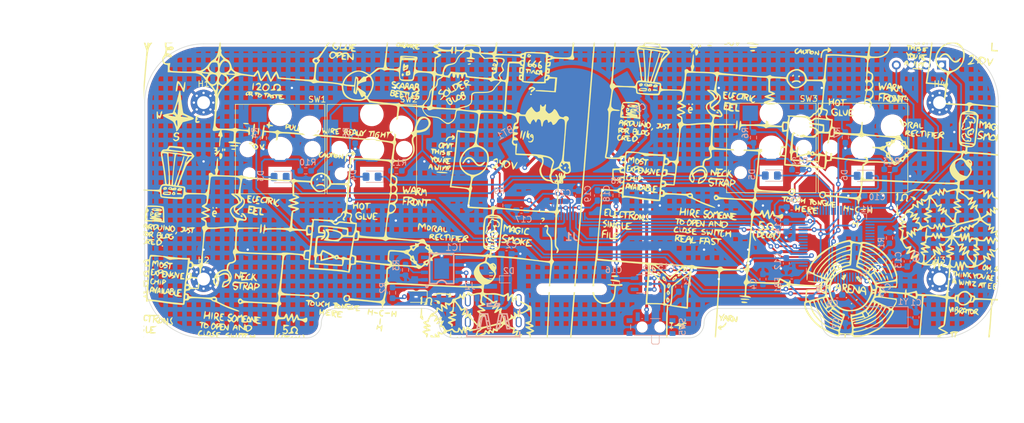
<source format=kicad_pcb>
(kicad_pcb (version 20211014) (generator pcbnew)
  (layers (0 "F.Cu" mixed) (31 "B.Cu" mixed) (34 "B.Paste" user) (35 "F.Paste" user) (36 "B.SilkS" user "B.Silkscreen") (37 "F.SilkS" user "F.Silkscreen") (38 "B.Mask" user) (39 "F.Mask" user) (44 "Edge.Cuts" user))
  (net 0 "")
  (net 1 "BAT")
  (net 2 "OSC_IN")
  (net 3 "+3.3VA")
  (net 4 "NRST")
  (net 5 "VCAP1")
  (net 6 "OSC_OUT")
  (net 7 "5V")
  (net 8 "+3V3")
  (net 9 "KEY1_LED")
  (net 10 "DISP")
  (net 11 "CHRG")
  (net 12 "Net-(D1-Pad2)")
  (net 13 "LDO_IN")
  (net 14 "PROG")
  (net 15 "SPI1_CLK")
  (net 16 "SPI1_MOSI")
  (net 17 "CS")
  (net 18 "EXTCOMM")
  (net 19 "EXTMODE")
  (net 28 "SWDIO")
  (net 29 "SWCLK")
  (net 30 "BOOT0")
  (net 31 "KEY1")
  (net 32 "KEY2")
  (net 33 "KEY3")
  (net 34 "KEY4")
  (net 53 "Net-(D3-Pad2)")
  (net 54 "KEY2_LED")
  (net 55 "Net-(D4-Pad2)")
  (net 56 "KEY3_LED")
  (net 74 "Net-(D5-Pad2)")
  (net 75 "KEY4_LED")
  (net 76 "Net-(D6-Pad2)")
  (net 77 "GND")
  (net 78 "Net-(C15-Pad1)")
  (footprint "MountingHole:MountingHole_2.2mm_M2_Pad_Via" (layer "F.Cu") (at 35 130)
    (fp_text reference "H2")
    (fp_text value "MH")
  )
  (footprint "MountingHole:MountingHole_2.2mm_M2_Pad_Via" (layer "F.Cu") (at 160 100)
    (fp_text reference "H4")
    (fp_text value "MH")
  )
  (footprint "DannyFootprintLibs:96x96 Sharp Memory Lcd With FPC Connector 10p 0.5mm" (layer "F.Cu") (at 97.5 132.725)
    (fp_text reference "J1")
    (fp_text value "FPC 0.5mm 10P" hide)
  )
  (footprint "DannyFootprintLibs:SW_Kailh_Choc_V1_HOTSWAP" (layer "F.Cu") (at 63.575 107.9)
    (fp_text reference "SW2")
    (fp_text value "SW_Push")
  )
  (footprint "DannyFootprintLibs:SW_Kailh_Choc_V1_HOTSWAP" (layer "F.Cu") (at 131.425 107.7)
    (fp_text reference "SW3")
    (fp_text value "SW_Push")
  )
  (footprint "DannyFootprintLibs:PIC_Sche2" (layer "F.Cu") (at 97.35 114.85)
    (fp_text reference "Ref**" hide)
    (fp_text value "Val**" hide)
  )
  (footprint "MountingHole:MountingHole_2.2mm_M2_Pad_Via" (layer "F.Cu") (at 160 130)
    (fp_text reference "H3")
    (fp_text value "MH")
  )
  (footprint "MountingHole:MountingHole_2.2mm_M2_Pad_Via" (layer "F.Cu") (at 35 100)
    (fp_text reference "H1")
    (fp_text value "MH")
  )
  (footprint "DannyFootprintLibs:SW_Kailh_Choc_V1_HOTSWAP" (layer "F.Cu") (at 48 107.9)
    (fp_text reference "SW1")
    (fp_text value "SW_Push")
  )
  (footprint "LED_SMD:LED_0805_2012Metric_Pad1.15x1.40mm_HandSolder" (layer "F.Cu") (at 71.125 133 180)
    (fp_text reference "D1" hide)
    (fp_text value "WHITE")
  )
  (footprint "DannyFootprintLibs:SW_Kailh_Choc_V1_HOTSWAP" (layer "F.Cu") (at 147 107.7)
    (fp_text reference "SW4")
    (fp_text value "SW_Push")
  )
  (footprint "Capacitor_SMD:C_0603_1608Metric_Pad1.08x0.95mm_HandSolder" (layer "B.Cu") (at 95.6375 116.8 180)
    (fp_text reference "C20")
    (fp_text value "100n")
  )
  (footprint "Capacitor_SMD:C_0603_1608Metric_Pad1.08x0.95mm_HandSolder" (layer "B.Cu") (at 133.9625 121.1125 -90)
    (fp_text reference "C14")
    (fp_text value "100n")
  )
  (footprint "Resistor_SMD:R_0603_1608Metric_Pad0.98x0.95mm_HandSolder" (layer "B.Cu") (at 105.05 115.7875 -90)
    (fp_text reference "R8")
    (fp_text value "10k")
  )
  (footprint "Diode_SMD:D_SOD-523" (layer "B.Cu") (at 86.4 130.05)
    (fp_text reference "D2")
    (fp_text value "LESD5Z5.0CT1G")
  )
  (footprint "Inductor_SMD:L_0603_1608Metric_Pad1.05x0.95mm_HandSolder" (layer "B.Cu") (at 134.8875 130.5 180)
    (fp_text reference "FB1")
    (fp_text value "600 @ 100 MHz")
  )
  (footprint "Crystal:Crystal_SMD_5032-2Pin_5.0x3.2mm_HandSoldering" (layer "B.Cu") (at 150.1 136.5 180)
    (fp_text reference "Y1")
    (fp_text value "8MHz 20pF")
  )
  (footprint "LED_SMD:LED_0805_2012Metric_Pad1.15x1.40mm_HandSolder" (layer "B.Cu") (at 48 112.65 180)
    (fp_text reference "D3")
    (fp_text value "WHITE")
  )
  (footprint "LED_SMD:LED_0805_2012Metric_Pad1.15x1.40mm_HandSolder" (layer "B.Cu") (at 147.025 112.45 180)
    (fp_text reference "D6")
    (fp_text value "WHITE")
  )
  (footprint "Fuse:Fuse_0603_1608Metric_Pad1.05x0.95mm_HandSolder" (layer "B.Cu") (at 115.7 131.2875 90)
    (fp_text reference "F1")
    (fp_text value "200mA")
  )
  (footprint "Button_Switch_SMD:SW_SPDT_PCM12" (layer "B.Cu") (at 110.9875 137.8375 180)
    (fp_text reference "SW5")
    (fp_text value "SW_SPDT")
  )
  (footprint "Capacitor_SMD:C_0603_1608Metric_Pad1.08x0.95mm_HandSolder" (layer "B.Cu") (at 105.15 130.7 -90)
    (fp_text reference "C16")
    (fp_text value "1u")
  )
  (footprint "Package_QFP:LQFP-64_10x10mm_P0.5mm" (layer "B.Cu") (at 142.5 124 90)
    (fp_text reference "U1")
    (fp_text value "STM32F401RCTx" hide)
  )
  (footprint "Resistor_SMD:R_0603_1608Metric_Pad0.98x0.95mm_HandSolder" (layer "B.Cu") (at 45.15 106.05 -90)
    (fp_text reference "R4")
    (fp_text value "10k")
  )
  (footprint "Resistor_SMD:R_0603_1608Metric_Pad0.98x0.95mm_HandSolder" (layer "B.Cu") (at 52.35 111.6)
    (fp_text reference "R10")
    (fp_text value "1k5")
  )
  (footprint "Capacitor_SMD:C_0603_1608Metric_Pad1.08x0.95mm_HandSolder" (layer "B.Cu") (at 149.60988 130.89012 45)
    (fp_text reference "C11")
    (fp_text value "100n")
  )
  (footprint "Capacitor_SMD:C_0603_1608Metric_Pad1.08x0.95mm_HandSolder" (layer "B.Cu") (at 109.35 102.7 30)
    (fp_text reference "C3")
    (fp_text value "10u")
  )
  (footprint "Resistor_SMD:R_0603_1608Metric_Pad0.98x0.95mm_HandSolder" (layer "B.Cu") (at 67.1 132.3375 90)
    (fp_text reference "R2")
    (fp_text value "1k5")
  )
  (footprint "Resistor_SMD:R_0603_1608Metric_Pad0.98x0.95mm_HandSolder" (layer "B.Cu") (at 60.75 105.9875 90)
    (fp_text reference "R5")
    (fp_text value "10k")
  )
  (footprint "Capacitor_SMD:C_0603_1608Metric_Pad1.08x0.95mm_HandSolder" (layer "B.Cu") (at 86.45 125.7)
    (fp_text reference "C2")
    (fp_text value "10u")
  )
  (footprint "Capacitor_SMD:C_0603_1608Metric_Pad1.08x0.95mm_HandSolder" (layer "B.Cu") (at 154.5 127 90)
    (fp_text reference "C9")
    (fp_text value "4u7")
  )
  (footprint "Capacitor_SMD:C_0603_1608Metric_Pad1.08x0.95mm_HandSolder" (layer "B.Cu") (at 156 136.5 90)
    (fp_text reference "C1")
    (fp_text value "22p")
  )
  (footprint "Resistor_SMD:R_0603_1608Metric_Pad0.98x0.95mm_HandSolder" (layer "B.Cu") (at 151.5125 111.35)
    (fp_text reference "R13")
    (fp_text value "1k5")
  )
  (footprint "Resistor_SMD:R_0603_1608Metric_Pad0.98x0.95mm_HandSolder" (layer "B.Cu") (at 67.75 111.6)
    (fp_text reference "R11")
    (fp_text value "1k5")
  )
  (footprint "Package_TO_SOT_SMD:SOT-23-5" (layer "B.Cu") (at 109.3375 130.8125 180)
    (fp_text reference "U2")
    (fp_text value "LP5907MFX-3.3")
  )
  (footprint "Capacitor_SMD:C_0603_1608Metric_Pad1.08x0.95mm_HandSolder" (layer "B.Cu") (at 133.9625 127.3125 -90)
    (fp_text reference "C12")
    (fp_text value "100n")
  )
  (footprint "Resistor_SMD:R_0603_1608Metric_Pad0.98x0.95mm_HandSolder" (layer "B.Cu") (at 144 105.9125 90)
    (fp_text reference "R7")
    (fp_text value "10k")
  )
  (footprint "LED_SMD:LED_0805_2012Metric_Pad1.15x1.40mm_HandSolder" (layer "B.Cu") (at 131.425 112.4 180)
    (fp_text reference "D5")
    (fp_text value "WHITE")
  )
  (footprint "Capacitor_SMD:C_0603_1608Metric_Pad1.08x0.95mm_HandSolder" (layer "B.Cu") (at 113.05 130.4 -90)
    (fp_text reference "C15")
    (fp_text value "1u")
  )
  (footprint "Capacitor_SMD:C_0603_1608Metric_Pad1.08x0.95mm_HandSolder" (layer "B.Cu") (at 101.9 115.7875 90)
    (fp_text reference "C18")
    (fp_text value "1u")
  )
  (footprint "Resistor_SMD:R_0603_1608Metric_Pad0.98x0.95mm_HandSolder" (layer "B.Cu") (at 151.5 123 90)
    (fp_text reference "R1")
    (fp_text value "10k")
  )
  (footprint "Resistor_SMD:R_0603_1608Metric_Pad0.98x0.95mm_HandSolder" (layer "B.Cu") (at 69.3 128.45 90)
    (fp_text reference "R3")
    (fp_text value "17k4")
  )
  (footprint "DannyFootprintLibs:ESOP-8_L4.9-W3.9-P1.27-LS6.0-BL-EP" (layer "B.Cu") (at 75.436 128.225 90)
    (fp_text reference "IC1")
    (fp_text value "TP4056X" hide)
  )
  (footprint "Resistor_SMD:R_0603_1608Metric_Pad0.98x0.95mm_HandSolder" (layer "B.Cu") (at 135.85 111.4)
    (fp_text reference "R12")
    (fp_text value "1k5")
  )
  (footprint "Resistor_SMD:R_0603_1608Metric_Pad0.98x0.95mm_HandSolder" (layer "B.Cu") (at 85.3 117.4875 90)
    (fp_text reference "R9")
    (fp_text value "10k")
  )
  (footprint "LED_SMD:LED_0805_2012Metric_Pad1.15x1.40mm_HandSolder" (layer "B.Cu") (at 63.615 112.6 180)
    (fp_text reference "D4")
    (fp_text value "WHITE")
  )
  (footprint "Capacitor_SMD:C_0603_1608Metric_Pad1.08x0.95mm_HandSolder" (layer "B.Cu") (at 88.9875 118.3 180)
    (fp_text reference "C17")
    (fp_text value "1u")
  )
  (footprint "DannyFootprintLibs:4X1_PROGRAM_PIN" (layer "B.Cu") (at 152.658 93.6 -90)
    (fp_text reference "P1" hide)
    (fp_text value "SWDPins" hide)
  )
  (footprint "DannyFootprintLibs:TYPE-C-SMD_TYPE-C-31-M-16" (layer "B.Cu") (at 84.2 135.25 180)
    (fp_text reference "J2")
    (fp_text value "TYPE-C-31-M-17" hide)
  )
  (footprint "Capacitor_SMD:C_0603_1608Metric_Pad1.08x0.95mm_HandSolder" (layer "B.Cu") (at 151.5 127.075 90)
    (fp_text reference "C13")
    (fp_text value "100n")
  )
  (footprint "Capacitor_SMD:C_0603_1608Metric_Pad1.08x0.95mm_HandSolder" (layer "B.Cu") (at 139.0875 133.1)
    (fp_text reference "C8")
    (fp_text value "100n")
  )
  (footprint "DannyFootprintLibs:BK-912" (layer "B.Cu") (at 97.5 103 30)
    (fp_text reference "BT1")
    (fp_text value "BK-912" hide)
  )
  (footprint "Capacitor_SMD:C_0603_1608Metric_Pad1.08x0.95mm_HandSolder" (layer "B.Cu") (at 130 130 90)
    (fp_text reference "C4")
    (fp_text value "1u")
  )
  (footprint "Capacitor_SMD:C_0603_1608Metric_Pad1.08x0.95mm_HandSolder" (layer "B.Cu") (at 144 136.6375 -90)
    (fp_text reference "C7")
    (fp_text value "22p")
  )
  (footprint "Capacitor_SMD:C_0603_1608Metric_Pad1.08x0.95mm_HandSolder" (layer "B.Cu") (at 146.35 115.85 180)
    (fp_text reference "C10")
    (fp_text value "100n")
  )
  (footprint "Resistor_SMD:R_0603_1608Metric_Pad0.98x0.95mm_HandSolder" (layer "B.Cu") (at 128.4 105.9375 -90)
    (fp_text reference "R6")
    (fp_text value "10k")
  )
  (footprint "Capacitor_SMD:C_0603_1608Metric_Pad1.08x0.95mm_HandSolder" (layer "B.Cu") (at 98.7 115.8375 90)
    (fp_text reference "C19")
    (fp_text value "100n")
  )
  (footprint "Capacitor_SMD:C_0603_1608Metric_Pad1.08x0.95mm_HandSolder" (layer "B.Cu") (at 134.875 117.75 180)
    (fp_text reference "C6")
    (fp_text value "4u7")
  )
  (footprint "Capacitor_SMD:C_0603_1608Metric_Pad1.08x0.95mm_HandSolder" (layer "B.Cu") (at 142.6125 132.7 180)
    (fp_text reference "C5")
    (fp_text value "100n")
  )
  (gr_arc (start 35 140) (mid 27.928932 137.071068) (end 25 130) (layer "Edge.Cuts") (width 0.1))
  (gr_line (start 35 140) (end 52.5 140) (layer "Edge.Cuts") (width 0.1))
  (gr_line (start 122.5 135) (end 137.5 135) (layer "Edge.Cuts") (width 0.1))
  (gr_line (start 57.5 135) (end 72.5 135) (layer "Edge.Cuts") (width 0.1))
  (gr_arc (start 142.5 140) (mid 140.732233 139.267767) (end 140 137.5) (layer "Edge.Cuts") (width 0.1))
  (gr_arc (start 137.5 135) (mid 139.267767 135.732233) (end 140 137.5) (layer "Edge.Cuts") (width 0.1))
  (gr_arc (start 77.5 140) (mid 75.732233 139.267767) (end 75 137.5) (layer "Edge.Cuts") (width 0.1))
  (gr_arc (start 25 100) (mid 27.928932 92.928932) (end 35 90) (layer "Edge.Cuts") (width 0.1))
  (gr_arc (start 160 90) (mid 167.071068 92.928932) (end 170 100) (layer "Edge.Cuts") (width 0.1))
  (gr_arc (start 72.5 135) (mid 74.267767 135.732233) (end 75 137.5) (layer "Edge.Cuts") (width 0.1))
  (gr_line (start 25 100) (end 25 130) (layer "Edge.Cuts") (width 0.1))
  (gr_line (start 170 130) (end 170 100) (layer "Edge.Cuts") (width 0.1))
  (gr_arc (start 170 130) (mid 167.071068 137.071068) (end 160 140) (layer "Edge.Cuts") (width 0.1))
  (gr_line (start 142.5 140) (end 160 140) (layer "Edge.Cuts") (width 0.1))
  (gr_line (start 77.5 140) (end 117.5 140) (layer "Edge.Cuts") (width 0.1))
  (gr_arc (start 120 137.5) (mid 119.267767 139.267767) (end 117.5 140) (layer "Edge.Cuts") (width 0.1))
  (gr_arc (start 55 137.5) (mid 54.267767 139.267767) (end 52.5 140) (layer "Edge.Cuts") (width 0.1))
  (gr_arc (start 120 137.5) (mid 120.732233 135.732233) (end 122.5 135) (layer "Edge.Cuts") (width 0.1))
  (gr_line (start 160 90) (end 35 90) (layer "Edge.Cuts") (width 0.1))
  (gr_arc (start 55 137.5) (mid 55.732233 135.732233) (end 57.5 135) (layer "Edge.Cuts") (width 0.1))
  (segment (start 110.25 114.45) (end 110.25 135.2) (width 0.5) (layer "F.Cu") (net 1))
  (segment (start 84.05 124.65) (end 84.05 122.35) (width 0.5) (layer "F.Cu") (net 1))
  (segment (start 84.05 116.7) (end 84.05 112.6) (width 0.5) (layer "F.Cu") (net 1))
  (segment (start 104.3 108.5) (end 92.1 108.5) (width 0.5) (layer "F.Cu") (net 1))
  (segment (start 105.95 110.15) (end 110.25 114.45) (width 0.5) (layer "F.Cu") (net 1))
  (segment (start 92.1 108.5) (end 89.55 111.05) (width 0.5) (layer "F.Cu") (net 1))
  (segment (start 105.95 110.15) (end 104.3 108.5) (width 0.5) (layer "F.Cu") (net 1))
  (via (at 89.55 111.05) (size 0.8) (drill 0.4) (layers "F.Cu" "B.Cu") (net 1))
  (via (at 84.05 112.6) (size 0.8) (drill 0.4) (layers "F.Cu" "B.Cu") (net 1))
  (via (at 84.05 122.35) (size 0.8) (drill 0.4) (layers "F.Cu" "B.Cu") (net 1))
  (via (at 110.25 135.2) (size 0.8) (drill 0.4) (layers "F.Cu" "B.Cu") (net 1))
  (via (at 84.05 116.7) (size 0.8) (drill 0.4) (layers "F.Cu" "B.Cu") (net 1))
  (via (at 84.05 124.65) (size 0.8) (drill 0.4) (layers "F.Cu" "B.Cu") (net 1))
  (via (at 105.95 110.15) (size 0.8) (drill 0.4) (layers "F.Cu" "B.Cu") (net 1))
  (segment (start 78.344 126.32) (end 82.38 126.32) (width 0.5) (layer "B.Cu") (net 1))
  (segment (start 84.05 112.429211) (end 87.986711 108.4925) (width 0.5) (layer "B.Cu") (net 1))
  (segment (start 84.05 112.6) (end 84.05 112.429211) (width 0.5) (layer "B.Cu") (net 1))
  (segment (start 110.25 136.395) (end 110.2375 136.4075) (width 0.5) (layer "B.Cu") (net 1))
  (segment (start 84.05 122.35) (end 84.05 116.7) (width 0.5) (layer "B.Cu") (net 1))
  (segment (start 89.55 111.05) (end 89.55 110.055789) (width 0.5) (layer "B.Cu") (net 1))
  (segment (start 107.013289 97.5075) (end 110.096947 100.591158) (width 0.5) (layer "B.Cu") (net 1))
  (segment (start 110.096947 100.591158) (end 110.096947 102.26875) (width 0.5) (layer "B.Cu") (net 1))
  (segment (start 110.096947 102.26875) (end 110.096947 106.003053) (width 0.5) (layer "B.Cu") (net 1))
  (segment (start 82.38 126.32) (end 84.05 124.65) (width 0.5) (layer "B.Cu") (net 1))
  (segment (start 89.55 110.055789) (end 87.986711 108.4925) (width 0.5) (layer "B.Cu") (net 1))
  (segment (start 110.096947 106.003053) (end 105.95 110.15) (width 0.5) (layer "B.Cu") (net 1))
  (segment (start 110.25 135.2) (end 110.25 136.395) (width 0.5) (layer "B.Cu") (net 1))
  (segment (start 147.7 134.7) (end 144.25 131.25) (width 0.3) (layer "B.Cu") (net 2))
  (segment (start 155.1375 136.5) (end 152.7 136.5) (width 0.3) (layer "B.Cu") (net 2))
  (segment (start 151.15 136.5) (end 149.35 134.7) (width 0.3) (layer "B.Cu") (net 2))
  (segment (start 156 137.3625) (end 155.1375 136.5) (width 0.3) (layer "B.Cu") (net 2))
  (segment (start 144.25 131.25) (end 144.25 129.675) (width 0.3) (layer "B.Cu") (net 2))
  (segment (start 152.7 136.5) (end 151.15 136.5) (width 0.3) (layer "B.Cu") (net 2))
  (segment (start 149.35 134.7) (end 147.7 134.7) (width 0.3) (layer "B.Cu") (net 2))
  (segment (start 96.2 115.5) (end 97.45 116.75) (width 0.3) (layer "F.Cu") (net 3))
  (segment (start 95.2 115.5) (end 96.2 115.5) (width 0.3) (layer "F.Cu") (net 3))
  (via (at 95.2 115.5) (size 0.8) (drill 0.4) (layers "F.Cu" "B.Cu") (net 3))
  (via (at 97.45 116.75) (size 0.8) (drill 0.4) (layers "F.Cu" "B.Cu") (net 3))
  (segment (start 106.85 121.95) (end 121.0875 121.95) (width 0.3) (layer "B.Cu") (net 3))
  (segment (start 96.55 116.75) (end 96.5 116.8) (width 0.3) (layer "B.Cu") (net 3))
  (segment (start 105.05 123.75) (end 106.85 121.95) (width 0.3) (layer "B.Cu") (net 3))
  (segment (start 97.25 119.325) (end 97.25 116.95) (width 0.3) (layer "B.Cu") (net 3))
  (segment (start 136.6125 133.1) (end 138.225 133.1) (width 0.3) (layer "B.Cu") (net 3))
  (segment (start 89.85 118.3) (end 92.65 115.5) (width 0.3) (layer "B.Cu") (net 3))
  (segment (start 99.45 123.75) (end 105.05 123.75) (width 0.3) (layer "B.Cu") (net 3))
  (segment (start 97.25 121.55) (end 99.45 123.75) (width 0.3) (layer "B.Cu") (net 3))
  (segment (start 97.45 116.75) (end 96.55 116.75) (width 0.3) (layer "B.Cu") (net 3))
  (segment (start 97.25 116.95) (end 97.45 116.75) (width 0.3) (layer "B.Cu") (net 3))
  (segment (start 121.0875 121.95) (end 130 130.8625) (width 0.3) (layer "B.Cu") (net 3))
  (segment (start 92.65 115.5) (end 95.2 115.5) (width 0.3) (layer "B.Cu") (net 3))
  (segment (start 97.25 119.325) (end 97.25 121.55) (width 0.3) (layer "B.Cu") (net 3))
  (segment (start 134.0125 130.5) (end 133.65 130.8625) (width 0.3) (layer "B.Cu") (net 3))
  (segment (start 133.65 130.8625) (end 130 130.8625) (width 0.3) (layer "B.Cu") (net 3))
  (segment (start 134.0125 130.5) (end 136.6125 133.1) (width 0.3) (layer "B.Cu") (net 3))
  (segment (start 140.25 131.075) (end 140.25 129.675) (width 0.3) (layer "B.Cu") (net 3))
  (segment (start 138.225 133.1) (end 140.25 131.075) (width 0.3) (layer "B.Cu") (net 3))
  (segment (start 143.475 132.7) (end 143.25 132.475) (width 0.3) (layer "B.Cu") (net 4))
  (segment (start 143.25 132.475) (end 143.25 129.675) (width 0.3) (layer "B.Cu") (net 4))
  (segment (start 138.749501 119.839545) (end 138.749501 120.460455) (width 0.3) (layer "B.Cu") (net 5))
  (segment (start 135.7375 117.75) (end 136.659956 117.75) (width 0.3) (layer "B.Cu") (net 5))
  (segment (start 138.749501 120.460455) (end 137.959956 121.25) (width 0.3) (layer "B.Cu") (net 5))
  (segment (start 136.659956 117.75) (end 138.749501 119.839545) (width 0.3) (layer "B.Cu") (net 5))
  (segment (start 137.959956 121.25) (end 136.825 121.25) (width 0.3) (layer "B.Cu") (net 5))
  (segment (start 144 135.775) (end 144.725 136.5) (width 0.3) (layer "B.Cu") (net 6))
  (segment (start 147.5 135.357329) (end 147.5 136.5) (width 0.3) (layer "B.Cu") (net 6))
  (segment (start 144.725 136.5) (end 147.5 136.5) (width 0.3) (layer "B.Cu") (net 6))
  (segment (start 143.75 131.607329) (end 147.5 135.357329) (width 0.3) (layer "B.Cu") (net 6))
  (segment (start 143.75 129.675) (end 143.75 131.607329) (width 0.3) (layer "B.Cu") (net 6))
  (segment (start 82.900489 134.249511) (end 85.499511 134.249511) (width 0.5) (layer "B.Cu") (net 7))
  (segment (start 85.72 134.029022) (end 85.72 133.2) (width 0.5) (layer "B.Cu") (net 7))
  (segment (start 78.024 130.45) (end 78.344 130.13) (width 0.5) (layer "B.Cu") (net 7))
  (segment (start 73.12 126.32) (end 73.7 126.9) (width 0.5) (layer "B.Cu") (net 7))
  (segment (start 85.7 130.05) (end 85.7 133.18) (width 0.5) (layer "B.Cu") (net 7))
  (segment (start 72.528 126.32) (end 73.12 126.32) (width 0.5) (layer "B.Cu") (net 7))
  (segment (start 85.499511 134.249511) (end 85.72 134.029022) (width 0.5) (layer "B.Cu") (net 7))
  (segment (start 85.7 130.05) (end 78.424 130.05) (width 0.5) (layer "B.Cu") (net 7))
  (segment (start 67.1 131.425) (end 72.925 131.425) (width 0.3) (layer "B.Cu") (net 7))
  (segment (start 85.7 130.05) (end 85.7 125.8125) (width 0.5) (layer "B.Cu") (net 7))
  (segment (start 85.7 133.18) (end 85.72 133.2) (width 0.5) (layer "B.Cu") (net 7))
  (segment (start 85.7 125.8125) (end 85.5875 125.7) (width 0.5) (layer "B.Cu") (net 7))
  (segment (start 78.424 130.05) (end 78.344 130.13) (width 0.5) (layer "B.Cu") (net 7))
  (segment (start 72.925 131.425) (end 73.9 130.45) (width 0.3) (layer "B.Cu") (net 7))
  (segment (start 82.68 133.2) (end 82.68 134.029022) (width 0.5) (layer "B.Cu") (net 7))
  (segment (start 73.9 130.45) (end 78.024 130.45) (width 0.5) (layer "B.Cu") (net 7))
  (segment (start 73.7 126.9) (end 73.7 130.25) (width 0.5) (layer "B.Cu") (net 7))
  (segment (start 73.7 130.25) (end 73.9 130.45) (width 0.5) (layer "B.Cu") (net 7))
  (segment (start 82.68 134.029022) (end 82.900489 134.249511) (width 0.5) (layer "B.Cu") (net 7))
  (segment (start 105.15 127.2) (end 105.15 117.7) (width 0.3) (layer "F.Cu") (net 8))
  (segment (start 105.15 117.7) (end 105.05 117.6) (width 0.3) (layer "F.Cu") (net 8))
  (segment (start 151.75 117.9) (end 151.8 117.9) (width 0.3) (layer "F.Cu") (net 8))
  (segment (start 137.85 111.4) (end 135.4 113.85) (width 0.3) (layer "F.Cu") (net 8))
  (segment (start 126.4 128.5) (end 127.6 127.3) (width 0.3) (layer "F.Cu") (net 8))
  (segment (start 147.65 130.35) (end 149.5625 128.4375) (width 0.3) (layer "F.Cu") (net 8))
  (segment (start 84.05 110.8) (end 85.3 112.05) (width 0.3) (layer "F.Cu") (net 8))
  (segment (start 114.35 128.5) (end 117.9 128.5) (width 0.3) (layer "F.Cu") (net 8))
  (segment (start 151.8 117.9) (end 153.7 119.8) (width 0.3) (layer "F.Cu") (net 8))
  (segment (start 146.271264 120.028736) (end 145.4 120.9) (width 0.3) (layer "F.Cu") (net 8))
  (segment (start 146.271264 119.530766) (end 146.271264 120.028736) (width 0.3) (layer "F.Cu") (net 8))
  (segment (start 90.3 116.6) (end 91.6 117.9) (width 0.3) (layer "F.Cu") (net 8))
  (segment (start 138 120.15) (end 139.1 120.15) (width 0.3) (layer "F.Cu") (net 8))
  (segment (start 96.55 117.85) (end 96.5 117.9) (width 0.3) (layer "F.Cu") (net 8))
  (segment (start 85.3 112.05) (end 85.3 115.65) (width 0.3) (layer "F.Cu") (net 8))
  (segment (start 139.1 120.15) (end 139.8 120.85) (width 0.3) (layer "F.Cu") (net 8))
  (segment (start 135.4 113.85) (end 135.4 116.6495) (width 0.3) (layer "F.Cu") (net 8))
  (segment (start 91.6 117.9) (end 96.5 117.9) (width 0.3) (layer "F.Cu") (net 8))
  (segment (start 139.8 120.85) (end 139.8 122.35) (width 0.3) (layer "F.Cu") (net 8))
  (segment (start 98.8 117.85) (end 96.55 117.85) (width 0.3) (layer "F.Cu") (net 8))
  (segment (start 149.5625 128.4375) (end 149.5625 127.9995) (width 0.3) (layer "F.Cu") (net 8))
  (via (at 105.05 117.6) (size 0.8) (drill 0.4) (layers "F.Cu" "B.Cu") (net 8))
  (via (at 90.3 116.6) (size 0.8) (drill 0.4) (layers "F.Cu" "B.Cu") (net 8))
  (via (at 84.05 110.8) (size 0.8) (drill 0.4) (layers "F.Cu" "B.Cu") (net 8))
  (via (at 151.75 117.9) (size 0.8) (drill 0.4) (layers "F.Cu" "B.Cu") (net 8))
  (via (at 153.7 119.8) (size 0.8) (drill 0.4) (layers "F.Cu" "B.Cu") (net 8))
  (via (at 105.15 127.2) (size 0.8) (drill 0.4) (layers "F.Cu" "B.Cu") (net 8))
  (via (at 146.271264 119.530766) (size 0.8) (drill 0.4) (layers "F.Cu" "B.Cu") (net 8))
  (via (at 96.5 117.9) (size 0.8) (drill 0.4) (layers "F.Cu" "B.Cu") (net 8))
  (via (at 137.85 111.4) (size 0.8) (drill 0.4) (layers "F.Cu" "B.Cu") (net 8))
  (via (at 138 120.15) (size 0.8) (drill 0.4) (layers "F.Cu" "B.Cu") (net 8))
  (via (at 117.9 128.5) (size 0.8) (drill 0.4) (layers "F.Cu" "B.Cu") (net 8))
  (via (at 139.8 122.35) (size 0.8) (drill 0.4) (layers "F.Cu" "B.Cu") (net 8))
  (via (at 147.65 130.35) (size 0.8) (drill 0.4) (layers "F.Cu" "B.Cu") (net 8))
  (via (at 127.6 127.3) (size 0.8) (drill 0.4) (layers "F.Cu" "B.Cu") (net 8))
  (via (at 98.8 117.85) (size 0.8) (drill 0.4) (layers "F.Cu" "B.Cu") (net 8))
  (via (at 149.5625 127.9995) (size 0.8) (drill 0.4) (layers "F.Cu" "B.Cu") (net 8))
  (via (at 135.4 116.6495) (size 0.8) (drill 0.4) (layers "F.Cu" "B.Cu") (net 8))
  (via (at 126.4 128.5) (size 0.8) (drill 0.4) (layers "F.Cu" "B.Cu") (net 8))
  (via (at 145.4 120.9) (size 0.8) (drill 0.4) (layers "F.Cu" "B.Cu") (net 8))
  (via (at 114.35 128.5) (size 0.8) (drill 0.4) (layers "F.Cu" "B.Cu") (net 8))
  (via (at 85.3 115.65) (size 0.8) (drill 0.4) (layers "F.Cu" "B.Cu") (net 8))
  (segment (start 137.85 111.4) (end 136.7625 111.4) (width 0.3) (layer "B.Cu") (net 8))
  (segment (start 85.325 116.6) (end 90.3 116.6) (width 0.3) (layer "B.Cu") (net 8))
  (segment (start 96.5 117.9) (end 96.75 118.15) (width 0.3) (layer "B.Cu") (net 8))
  (segment (start 141.05 122.35) (end 139.8 122.35) (width 0.3) (layer "B.Cu") (net 8))
  (segment (start 136.825 126.75) (end 137.700361 126.75) (width 0.3) (layer "B.Cu") (net 8))
  (segment (start 146.25 116.8125) (end 147.2125 115.85) (width 0.3) (layer "B.Cu") (net 8))
  (segment (start 132.75 116.65) (end 135.3995 116.65) (width 0.3) (layer "B.Cu") (net 8))
  (segment (start 155.8 126.5625) (end 154.5 127.8625) (width 0.3) (layer "B.Cu") (net 8))
  (segment (start 139.8 122.35) (end 139.8 126.25) (width 0.3) (layer "B.Cu") (net 8))
  (segment (start 101.9 116.65) (end 105 116.65) (width 0.3) (layer "B.Cu") (net 8))
  (segment (start 140 108.1625) (end 136.7625 111.4) (width 0.3) (layer "B.Cu") (net 8))
  (segment (start 138.1 128.45) (end 136.05 130.5) (width 0.3) (layer "B.Cu") (net 8))
  (segment (start 138.100361 127.15) (end 138.1 127.149639) (width 0.3) (layer "B.Cu") (net 8))
  (segment (start 154.425 127.9375) (end 154.5 127.8625) (width 0.3) (layer "B.Cu") (net 8))
  (segment (start 146.975 129.675) (end 146.25 129.675) (width 0.3) (layer "B.Cu") (net 8))
  (segment (start 56.575 108.2875) (end 56.575 104.2) (width 0.3) (layer "B.Cu") (net 8))
  (segment (start 138.9 127.15) (end 138.100361 127.15) (width 0.3) (layer "B.Cu") (net 8))
  (segment (start 72.15 108.1125) (end 74.8375 110.8) (width 0.3) (layer "B.Cu") (net 8))
  (segment (start 152.658 97.392) (end 152.658 93.6) (width 0.3) (layer "B.Cu") (net 8))
  (segment (start 108.175 129.8375) (end 108.2 129.8625) (width 0.3) (layer "B.Cu") (net 8))
  (segment (start 105.15 129.8375) (end 108.175 129.8375) (width 0.3) (layer "B.Cu") (net 8))
  (segment (start 137.700361 126.75) (end 138.1 127.149639) (width 0.3) (layer "B.Cu") (net 8))
  (segment (start 72.15 104.2) (end 72.15 108.1125) (width 0.3) (layer "B.Cu") (net 8))
  (segment (start 108.2 129.8625) (end 109.5625 128.5) (width 0.3) (layer "B.Cu") (net 8))
  (segment (start 105 116.65) (end 105.05 116.7) (width 0.3) (layer "B.Cu") (net 8))
  (segment (start 58.600499 100.100479) (end 56.575 102.125978) (width 0.3) (layer "B.Cu") (net 8))
  (segment (start 133.9625 120.25) (end 136.825 120.25) (width 0.3) (layer "B.Cu") (net 8))
  (segment (start 105.15 129.8375) (end 105.15 127.2) (width 0.3) (layer "B.Cu") (net 8))
  (segment (start 138.1 127.149639) (end 138.1 128.45) (width 0.3) (layer "B.Cu") (net 8))
  (segment (start 100.7 117.85) (end 98.8 117.85) (width 0.3) (layer "B.Cu") (net 8))
  (segment (start 153.7 122.65) (end 155.8 124.75) (width 0.3) (layer "B.Cu") (net 8))
  (segment (start 152.65 97.4) (end 152.658 97.392) (width 0.3) (layer "B.Cu") (net 8))
  (segment (start 132 119.2) (end 132 117.4) (width 0.3) (layer "B.Cu") (net 8))
  (segment (start 148.175 127.75) (end 148.3625 127.9375) (width 0.3) (layer "B.Cu") (net 8))
  (segment (start 137.9 120.25) (end 138 120.15) (width 0.3) (layer "B.Cu") (net 8))
  (segment (start 56.575 102.125978) (end 56.575 104.2) (width 0.3) (layer "B.Cu") (net 8))
  (segment (start 155.8 124.75) (end 155.8 126.5625) (width 0.3) (layer "B.Cu") (net 8))
  (segment (start 101.9 116.65) (end 100.7 117.85) (width 0.3) (layer "B.Cu") (net 8))
  (segment (start 155.575 104) (end 155.575 100.325) (width 0.3) (layer "B.Cu") (net 8))
  (segment (start 136.825 120.25) (end 137.9 120.25) (width 0.3) (layer "B.Cu") (net 8))
  (segment (start 133.05 120.25) (end 132 119.2) (width 0.3) (layer "B.Cu") (net 8))
  (segment (start 117.9 128.5) (end 126.4 128.5) (width 0.3) (layer "B.Cu") (net 8))
  (segment (start 152.425 111.35) (end 151.75 112.025) (width 0.3) (layer "B.Cu") (net 8))
  (segment (start 53.2625 111.6) (end 56.575 108.2875) (width 0.3) (layer "B.Cu") (net 8))
  (segment (start 145.4 120.9) (end 142.5 120.9) (width 0.3) (layer "B.Cu") (net 8))
  (segment (start 109.5625 128.5) (end 114.35 128.5) (width 0.3) (layer "B.Cu") (net 8))
  (segment (start 146.675 117.9) (end 151.75 117.9) (width 0.3) (layer "B.Cu") (net 8))
  (segment (start 153.7 119.8) (end 153.7 122.65) (width 0.3) (layer "B.Cu") (net 8))
  (segment (start 96.75 118.15) (end 96.75 119.325) (width 0.3) (layer "B.Cu") (net 8))
  (segment (start 146.25 119.509502) (end 146.271264 119.530766) (width 0.3) (layer "B.Cu") (net 8))
  (segment (start 133.9625 120.25) (end 133.05 120.25) (width 0.3) (layer "B.Cu") (net 8))
  (segment (start 133.9625 126.45) (end 134.2625 126.75) (width 0.3) (layer "B.Cu") (net 8))
  (segment (start 146.25 118.325) (end 146.25 119.509502) (width 0.3) (layer "B.Cu") (net 8))
  (segment (start 135.3995 116.65) (end 135.4 116.6495) (width 0.3) (layer "B.Cu") (net 8))
  (segment (start 105.05 117.6) (end 105.05 116.7) (width 0.3) (layer "B.Cu") (net 8))
  (segment (start 151.5 127.9375) (end 154.425 127.9375) (width 0.3) (layer "B.Cu") (net 8))
  (segment (start 147.65 130.35) (end 146.975 129.675) (width 0.3) (layer "B.Cu") (net 8))
  (segment (start 74.8375 110.8) (end 84.05 110.8) (width 0.3) (layer "B.Cu") (net 8))
  (segment (start 127.6 127.3) (end 128.45 126.45) (width 0.3) (layer "B.Cu") (net 8))
  (segment (start 147.65 130.35) (end 147.85 130.35) (width 0.3) (layer "B.Cu") (net 8))
  (segment (start 136.05 130.5) (end 135.7625 130.5) (width 0.3) (layer "B.Cu") (net 8))
  (segment (start 142.5 120.9) (end 141.05 122.35) (width 0.3) (layer "B.Cu") (net 8))
  (segment (start 148.3625 127.9375) (end 151.5 127.9375) (width 0.3) (layer "B.Cu") (net 8))
  (segment (start 68.050479 100.100479) (end 58.600499 100.100479) (width 0.3) (layer "B.Cu") (net 8))
  (segment (start 134.2625 126.75) (end 136.825 126.75) (width 0.3) (layer "B.Cu") (net 8))
  (segment (start 85.3 116.575) (end 85.3 115.65) (width 0.3) (layer "B.Cu") (net 8))
  (segment (start 155.575 100.325) (end 152.65 97.4) (width 0.3) (layer "B.Cu") (net 8))
  (segment (start 155.575 108.2) (end 155.575 104) (width 0.3) (layer "B.Cu") (net 8))
  (segment (start 128.45 126.45) (end 133.9625 126.45) (width 0.3) (layer "B.Cu") (net 8))
  (segment (start 139.8 126.25) (end 138.9 127.15) (width 0.3) (layer "B.Cu") (net 8))
  (segment (start 132 117.4) (end 132.75 116.65) (width 0.3) (layer "B.Cu") (net 8))
  (segment (start 152.425 111.35) (end 155.575 108.2) (width 0.3) (layer "B.Cu") (net 8))
  (segment (start 151.75 112.025) (end 151.75 117.9) (width 0.3) (layer "B.Cu") (net 8))
  (segment (start 146.25 118.325) (end 146.25 116.8125) (width 0.3) (layer "B.Cu") (net 8))
  (segment (start 72.15 108.1125) (end 68.6625 111.6) (width 0.3) (layer "B.Cu") (net 8))
  (segment (start 147.85 130.35) (end 149 131.5) (width 0.3) (layer "B.Cu") (net 8))
  (segment (start 146.25 118.325) (end 146.675 117.9) (width 0.3) (layer "B.Cu") (net 8))
  (segment (start 72.15 104.2) (end 68.050479 100.100479) (width 0.3) (layer "B.Cu") (net 8))
  (segment (start 85.3 116.575) (end 85.325 116.6) (width 0.3) (layer "B.Cu") (net 8))
  (segment (start 140 104) (end 140 108.1625) (width 0.3) (layer "B.Cu") (net 8))
  (segment (start 126.65 115.9) (end 140.043572 115.9) (width 0.3) (layer "B.Cu") (net 9))
  (segment (start 87.55 113.1) (end 123.85 113.1) (width 0.3) (layer "B.Cu") (net 9))
  (segment (start 49.025 112.65) (end 51.775 115.4) (width 0.3) (layer "B.Cu") (net 9))
  (segment (start 84.55 114.55) (end 86.1 114.55) (width 0.3) (layer "B.Cu") (net 9))
  (segment (start 51.775 115.4) (end 83.7 115.4) (width 0.3) (layer "B.Cu") (net 9))
  (segment (start 123.85 113.1) (end 126.65 115.9) (width 0.3) (layer "B.Cu") (net 9))
  (segment (start 86.1 114.55) (end 87.55 113.1) (width 0.3) (layer "B.Cu") (net 9))
  (segment (start 140.043572 115.9) (end 140.75 116.606428) (width 0.3) (layer "B.Cu") (net 9))
  (segment (start 83.7 115.4) (end 84.55 114.55) (width 0.3) (layer "B.Cu") (net 9))
  (segment (start 140.75 116.606428) (end 140.75 118.325) (width 0.3) (layer "B.Cu") (net 9))
  (segment (start 123.6 113.7) (end 106.225 113.7) (width 0.3) (layer "B.Cu") (net 10))
  (segment (start 98.7 116.7) (end 101.36202 114.03798) (width 0.3) (layer "B.Cu") (net 10))
  (segment (start 97.75 117.65) (end 97.75 119.325) (width 0.3) (layer "B.Cu") (net 10))
  (segment (start 98.7 116.7) (end 97.75 117.65) (width 0.3) (layer "B.Cu") (net 10))
  (segment (start 136.825 125.25) (end 135.15 125.25) (width 0.3) (layer "B.Cu") (net 10))
  (segment (start 106.225 113.7) (end 105.05 114.875) (width 0.3) (layer "B.Cu") (net 10))
  (segment (start 101.36202 114.03798) (end 104.21298 114.03798) (width 0.3) (layer "B.Cu") (net 10))
  (segment (start 135.15 125.25) (end 123.6 113.7) (width 0.3) (layer "B.Cu") (net 10))
  (segment (start 104.21298 114.03798) (end 105.05 114.875) (width 0.3) (layer "B.Cu") (net 10))
  (segment (start 77.6 133) (end 72.15 133) (width 0.3) (layer "F.Cu") (net 11))
  (segment (start 79.6 128.95) (end 79.6 131) (width 0.3) (layer "F.Cu") (net 11))
  (segment (start 79.6 131) (end 77.6 133) (width 0.3) (layer "F.Cu") (net 11))
  (via (at 79.6 128.95) (size 0.8) (drill 0.4) (layers "F.Cu" "B.Cu") (net 11))
  (segment (start 79.6 128.95) (end 78.434 128.95) (width 0.3) (layer "B.Cu") (net 11))
  (segment (start 78.434 128.95) (end 78.344 128.86) (width 0.3) (layer "B.Cu") (net 11))
  (segment (start 69.1 133) (end 70.1 133) (width 0.3) (layer "F.Cu") (net 12))
  (via (at 69.1 133) (size 0.8) (drill 0.4) (layers "F.Cu" "B.Cu") (net 12))
  (segment (start 67.1 133.25) (end 68.85 133.25) (width 0.3) (layer "B.Cu") (net 12))
  (segment (start 68.85 133.25) (end 69.1 133) (width 0.3) (layer "B.Cu") (net 12))
  (segment (start 113.2375 134.625) (end 115.7 132.1625) (width 0.3) (layer "B.Cu") (net 13))
  (segment (start 113.2375 136.4075) (end 113.2375 134.625) (width 0.3) (layer "B.Cu") (net 13))
  (segment (start 69.3 127.5375) (end 70.6225 128.86) (width 0.3) (layer "B.Cu") (net 14))
  (segment (start 70.6225 128.86) (end 72.528 128.86) (width 0.3) (layer "B.Cu") (net 14))
  (segment (start 128.859956 119.8) (end 134.809956 125.75) (width 0.3) (layer "B.Cu") (net 15))
  (segment (start 100.225 119.8) (end 128.859956 119.8) (width 0.3) (layer "B.Cu") (net 15))
  (segment (start 134.809956 125.75) (end 136.825 125.75) (width 0.3) (layer "B.Cu") (net 15))
  (segment (start 99.75 119.325) (end 100.225 119.8) (width 0.3) (layer "B.Cu") (net 15))
  (segment (start 132.420023 124.420023) (end 135.379977 124.420023) (width 0.3) (layer "F.Cu") (net 16))
  (segment (start 132.4 124.4) (end 132.420023 124.420023) (width 0.3) (layer "F.Cu") (net 16))
  (via (at 132.4 124.4) (size 0.8) (drill 0.4) (layers "F.Cu" "B.Cu") (net 16))
  (via (at 135.379977 124.420023) (size 0.8) (drill 0.4) (layers "F.Cu" "B.Cu") (net 16))
  (segment (start 128.324511 120.324511) (end 132.4 124.4) (width 0.3) (layer "B.Cu") (net 16))
  (segment (start 99.299511 120.324511) (end 128.324511 120.324511) (width 0.3) (layer "B.Cu") (net 16))
  (segment (start 99.25 120.275) (end 99.299511 120.324511) (width 0.3) (layer "B.Cu") (net 16))
  (segment (start 136.825 124.75) (end 135.709954 124.75) (width 0.3) (layer "B.Cu") (net 16))
  (segment (start 99.25 119.325) (end 99.25 120.275) (width 0.3) (layer "B.Cu") (net 16))
  (segment (start 135.709954 124.75) (end 135.379977 124.420023) (width 0.3) (layer "B.Cu") (net 16))
  (segment (start 138.25 126) (end 138 126.25) (width 0.3) (layer "F.Cu") (net 17))
  (segment (start 138 126.25) (end 133.15 126.25) (width 0.3) (layer "F.Cu") (net 17))
  (segment (start 133.15 126.25) (end 131.35 124.45) (width 0.3) (layer "F.Cu") (net 17))
  (via (at 138.25 126) (size 0.8) (drill 0.4) (layers "F.Cu" "B.Cu") (net 17))
  (via (at 131.35 124.45) (size 0.8) (drill 0.4) (layers "F.Cu" "B.Cu") (net 17))
  (segment (start 99.070062 120.850499) (end 127.750499 120.850499) (width 0.3) (layer "B.Cu") (net 17))
  (segment (start 98.75 119.325) (end 98.75 120.530437) (width 0.3) (layer "B.Cu") (net 17))
  (segment (start 127.750499 120.850499) (end 131.35 124.45) (width 0.3) (layer "B.Cu") (net 17))
  (segment (start 98.75 120.530437) (end 99.070062 120.850499) (width 0.3) (layer "B.Cu") (net 17))
  (segment (start 138 126.25) (end 136.825 126.25) (width 0.3) (layer "B.Cu") (net 17))
  (segment (start 138.25 126) (end 138 126.25) (width 0.3) (layer "B.Cu") (net 17))
  (segment (start 138.7 121.6) (end 126.8 121.6) (width 0.3) (layer "F.Cu") (net 18))
  (via (at 126.8 121.6) (size 0.8) (drill 0.4) (layers "F.Cu" "B.Cu") (net 18))
  (via (at 138.7 121.6) (size 0.8) (drill 0.4) (layers "F.Cu" "B.Cu") (net 18))
  (segment (start 98.25 121.304022) (end 100.100489 123.154511) (width 0.3) (layer "B.Cu") (net 18))
  (segment (start 104.895489 123.154511) (end 106.65 121.4) (width 0.3) (layer "B.Cu") (net 18))
  (segment (start 142.75 119.65) (end 142.75 118.325) (width 0.3) (layer "B.Cu") (net 18))
  (segment (start 140.8 121.6) (end 142.75 119.65) (width 0.3) (layer "B.Cu") (net 18))
  (segment (start 106.65 121.4) (end 126.6 121.4) (width 0.3) (layer "B.Cu") (net 18))
  (segment (start 98.25 119.325) (end 98.25 121.304022) (width 0.3) (layer "B.Cu") (net 18))
  (segment (start 138.7 121.6) (end 140.8 121.6) (width 0.3) (layer "B.Cu") (net 18))
  (segment (start 100.100489 123.154511) (end 104.895489 123.154511) (width 0.3) (layer "B.Cu") (net 18))
  (segment (start 126.6 121.4) (end 126.8 121.6) (width 0.3) (layer "B.Cu") (net 18))
  (segment (start 87.5 120.6) (end 85.3 118.4) (width 0.3) (layer "B.Cu") (net 19))
  (segment (start 96 120.6) (end 87.5 120.6) (width 0.3) (layer "B.Cu") (net 19))
  (segment (start 96.25 120.35) (end 96 120.6) (width 0.3) (layer "B.Cu") (net 19))
  (segment (start 96.25 119.325) (end 96.25 120.35) (width 0.3) (layer "B.Cu") (net 19))
  (segment (start 145.25 119.569458) (end 145.960809 120.280267) (width 0.3) (layer "B.Cu") (net 28))
  (segment (start 145.25 118.325) (end 145.25 119.569458) (width 0.3) (layer "B.Cu") (net 28))
  (segment (start 157.05 101.35) (end 157.05 94.288) (width 0.3) (layer "B.Cu") (net 28))
  (segment (start 159.75 104.05) (end 157.05 101.35) (width 0.3) (layer "B.Cu") (net 28))
  (segment (start 157.05 94.288) (end 157.738 93.6) (width 0.3) (layer "B.Cu") (net 28))
  (segment (start 145.960809 120.280267) (end 146.583577 120.280267) (width 0.3) (layer "B.Cu") (net 28))
  (segment (start 151.74952 119.75048) (end 159.75 111.75) (width 0.3) (layer "B.Cu") (net 28))
  (segment (start 159.75 111.75) (end 159.75 104.05) (width 0.3) (layer "B.Cu") (net 28))
  (segment (start 146.583577 120.280267) (end 147.113364 119.75048) (width 0.3) (layer "B.Cu") (net 28))
  (segment (start 147.113364 119.75048) (end 151.74952 119.75048) (width 0.3) (layer "B.Cu") (net 28))
  (segment (start 163.65 96.908) (end 160.342 93.6) (width 0.3) (layer "B.Cu") (net 29))
  (segment (start 152.019829 120.25) (end 163.65 108.619829) (width 0.3) (layer "B.Cu") (net 29))
  (segment (start 163.65 108.619829) (end 163.65 96.908) (width 0.3) (layer "B.Cu") (net 29))
  (segment (start 148.175 120.25) (end 152.019829 120.25) (width 0.3) (layer "B.Cu") (net 29))
  (segment (start 151.5 123.9125) (end 149.6625 125.75) (width 0.3) (layer "B.Cu") (net 30))
  (segment (start 149.6625 125.75) (end 148.175 125.75) (width 0.3) (layer "B.Cu") (net 30))
  (segment (start 142.310768 131.667157) (end 141.527925 132.45) (width 0.3) (layer "F.Cu") (net 31))
  (segment (start 141.527925 132.45) (end 134.7 132.45) (width 0.3) (layer "F.Cu") (net 31))
  (via (at 142.310768 131.667157) (size 0.8) (drill 0.4) (layers "F.Cu" "B.Cu") (net 31))
  (via (at 134.7 132.45) (size 0.8) (drill 0.4) (layers "F.Cu" "B.Cu") (net 31))
  (segment (start 134.7 132.45) (end 119.510349 132.45) (width 0.3) (layer "B.Cu") (net 31))
  (segment (start 43.95 106.3375) (end 45.15 105.1375) (width 0.3) (layer "B.Cu") (net 31))
  (segment (start 53.15 123.7) (end 43.95 114.5) (width 0.3) (layer "B.Cu") (net 31))
  (segment (start 119.510349 132.45) (end 113.360349 126.3) (width 0.3) (layer "B.Cu") (net 31))
  (segment (start 113.360349 126.3) (end 92.45 126.3) (width 0.3) (layer "B.Cu") (net 31))
  (segment (start 44.425 104.4125) (end 45.15 105.1375) (width 0.3) (layer "B.Cu") (net 31))
  (segment (start 89.85 123.7) (end 53.15 123.7) (width 0.3) (layer "B.Cu") (net 31))
  (segment (start 142.75 129.675) (end 142.75 131.227925) (width 0.3) (layer "B.Cu") (net 31))
  (segment (start 44.425 102) (end 44.425 104.4125) (width 0.3) (layer "B.Cu") (net 31))
  (segment (start 142.75 131.227925) (end 142.310768 131.667157) (width 0.3) (layer "B.Cu") (net 31))
  (segment (start 43.95 114.5) (end 43.95 106.3375) (width 0.3) (layer "B.Cu") (net 31))
  (segment (start 92.45 126.3) (end 89.85 123.7) (width 0.3) (layer "B.Cu") (net 31))
  (segment (start 139 131.7) (end 142.55 128.15) (width 0.3) (layer "F.Cu") (net 32))
  (segment (start 59.85 113.9) (end 59.85 116.4995) (width 0.3) (layer "F.Cu") (net 32))
  (segment (start 133.9 131.7) (end 139 131.7) (width 0.3) (layer "F.Cu") (net 32))
  (segment (start 59.85 110.8) (end 59.85 108.8005) (width 0.3) (layer "F.Cu") (net 32))
  (via (at 59.85 110.8) (size 0.8) (drill 0.4) (layers "F.Cu" "B.Cu") (net 32))
  (via (at 59.85 113.9) (size 0.8) (drill 0.4) (layers "F.Cu" "B.Cu") (net 32))
  (via (at 142.55 128.15) (size 0.8) (drill 0.4) (layers "F.Cu" "B.Cu") (net 32))
  (via (at 59.85 108.8005) (size 0.8) (drill 0.4) (layers "F.Cu" "B.Cu") (net 32))
  (via (at 59.85 116.4995) (size 0.8) (drill 0.4) (layers "F.Cu" "B.Cu") (net 32))
  (via (at 133.9 131.7) (size 0.8) (drill 0.4) (layers "F.Cu" "B.Cu") (net 32))
  (segment (start 59.8505 116.5) (end 74.25 116.5) (width 0.3) (layer "B.Cu") (net 32))
  (segment (start 59.85 105.975) (end 59.85 108.8005) (width 0.3) (layer "B.Cu") (net 32))
  (segment (start 60 104.325) (end 60.75 105.075) (width 0.3) (layer "B.Cu") (net 32))
  (segment (start 59.85 116.4995) (end 59.8505 116.5) (width 0.3) (layer "B.Cu") (net 32))
  (segment (start 60 102) (end 60 104.325) (width 0.3) (layer "B.Cu") (net 32))
  (segment (start 74.25 116.5) (end 80.85 123.1) (width 0.3) (layer "B.Cu") (net 32))
  (segment (start 142.25 128.45) (end 142.25 129.675) (width 0.3) (layer "B.Cu") (net 32))
  (segment (start 113.85 125.8) (end 119.9 131.85) (width 0.3) (layer "B.Cu") (net 32))
  (segment (start 142.55 128.15) (end 142.25 128.45) (width 0.3) (layer "B.Cu") (net 32))
  (segment (start 80.85 123.1) (end 90.1 123.1) (width 0.3) (layer "B.Cu") (net 32))
  (segment (start 60.75 105.075) (end 59.85 105.975) (width 0.3) (layer "B.Cu") (net 32))
  (segment (start 119.9 131.85) (end 133.75 131.85) (width 0.3) (layer "B.Cu") (net 32))
  (segment (start 92.8 125.8) (end 113.85 125.8) (width 0.3) (layer "B.Cu") (net 32))
  (segment (start 90.1 123.1) (end 92.8 125.8) (width 0.3) (layer "B.Cu") (net 32))
  (segment (start 133.75 131.85) (end 133.9 131.7) (width 0.3) (layer "B.Cu") (net 32))
  (segment (start 59.85 110.8) (end 59.85 113.9) (width 0.3) (layer "B.Cu") (net 32))
  (segment (start 137.9 109.95) (end 142 114.05) (width 0.3) (layer "F.Cu") (net 33))
  (segment (start 142 114.05) (end 142 123.6) (width 0.3) (layer "F.Cu") (net 33))
  (segment (start 137.1 109.95) (end 137.9 109.95) (width 0.3) (layer "F.Cu") (net 33))
  (via (at 142 123.6) (size 0.8) (drill 0.4) (layers "F.Cu" "B.Cu") (net 33))
  (via (at 137.1 109.95) (size 0.8) (drill 0.4) (layers "F.Cu" "B.Cu") (net 33))
  (segment (start 142 123.6) (end 141.75 123.85) (width 0.3) (layer "B.Cu") (net 33))
  (segment (start 128.4 105.025) (end 132.175 105.025) (width 0.3) (layer "B.Cu") (net 33))
  (segment (start 128.4 105.025) (end 127.85 104.475) (width 0.3) (layer "B.Cu") (net 33))
  (segment (start 141.75 123.85) (end 141.75 129.675) (width 0.3) (layer "B.Cu") (net 33))
  (segment (start 127.85 104.475) (end 127.85 101.8) (width 0.3) (layer "B.Cu") (net 33))
  (segment (start 132.175 105.025) (end 137.1 109.95) (width 0.3) (layer "B.Cu") (net 33))
  (segment (start 142.8 113.85) (end 142.8 121.7) (width 0.3) (layer "F.Cu") (net 34))
  (via (at 142.8 113.85) (size 0.8) (drill 0.4) (layers "F.Cu" "B.Cu") (net 34))
  (via (at 142.8 121.7) (size 0.8) (drill 0.4) (layers "F.Cu" "B.Cu") (net 34))
  (segment (start 141.25 123.25) (end 141.25 129.675) (width 0.3) (layer "B.Cu") (net 34))
  (segment (start 142.8 106.2) (end 142.8 113.85) (width 0.3) (layer "B.Cu") (net 34))
  (segment (start 143.425 104.425) (end 143.425 101.8) (width 0.3) (layer "B.Cu") (net 34))
  (segment (start 144 105) (end 143.425 104.425) (width 0.3) (layer "B.Cu") (net 34))
  (segment (start 142.8 121.7) (end 141.25 123.25) (width 0.3) (layer "B.Cu") (net 34))
  (segment (start 144 105) (end 142.8 106.2) (width 0.3) (layer "B.Cu") (net 34))
  (segment (start 51.4375 111.6) (end 51.4375 109.9875) (width 0.3) (layer "B.Cu") (net 53))
  (segment (start 45.25 112.65) (end 46.975 112.65) (width 0.3) (layer "B.Cu") (net 53))
  (segment (start 46.922249 109.65) (end 45.35 109.65) (width 0.3) (layer "B.Cu") (net 53))
  (segment (start 51.4375 109.9875) (end 51.1 109.65) (width 0.3) (layer "B.Cu") (net 53))
  (segment (start 44.9 110.1) (end 44.9 112.3) (width 0.3) (layer "B.Cu") (net 53))
  (segment (start 51.1 109.65) (end 49.077751 109.65) (width 0.3) (layer "B.Cu") (net 53))
  (segment (start 44.9 112.3) (end 45.25 112.65) (width 0.3) (layer "B.Cu") (net 53))
  (segment (start 45.35 109.65) (end 44.9 110.1) (width 0.3) (layer "B.Cu") (net 53))
  (segment (start 48.82823 109.899521) (end 47.17177 109.899521) (width 0.3) (layer "B.Cu") (net 53))
  (segment (start 47.17177 109.899521) (end 46.922249 109.65) (width 0.3) (layer "B.Cu") (net 53))
  (segment (start 49.077751 109.65) (end 48.82823 109.899521) (width 0.3) (layer "B.Cu") (net 53))
  (segment (start 124.15 112.55) (end 87.1 112.55) (width 0.3) (layer "B.Cu") (net 54))
  (segment (start 140.25 115.4) (end 127 115.4) (width 0.3) (layer "B.Cu") (net 54))
  (segment (start 85.7 113.95) (end 67.25 113.95) (width 0.3) (layer "B.Cu") (net 54))
  (segment (start 87.1 112.55) (end 85.7 113.95) (width 0.3) (layer "B.Cu") (net 54))
  (segment (start 65.9 112.6) (end 64.64 112.6) (width 0.3) (layer "B.Cu") (net 54))
  (segment (start 127 115.4) (end 124.15 112.55) (width 0.3) (layer "B.Cu") (net 54))
  (segment (start 141.25 116.4) (end 140.25 115.4) (width 0.3) (layer "B.Cu") (net 54))
  (segment (start 67.25 113.95) (end 65.9 112.6) (width 0.3) (layer "B.Cu") (net 54))
  (segment (start 141.25 118.325) (end 141.25 116.4) (width 0.3) (layer "B.Cu") (net 54))
  (segment (start 62.597249 109.75) (end 60.95 109.75) (width 0.3) (layer "B.Cu") (net 55))
  (segment (start 66.45 109.75) (end 64.552751 109.75) (width 0.3) (layer "B.Cu") (net 55))
  (segment (start 60.95 109.75) (end 60.7 110) (width 0.3) (layer "B.Cu") (net 55))
  (segment (start 66.8375 111.6) (end 66.8375 110.1375) (width 0.3) (layer "B.Cu") (net 55))
  (segment (start 66.8375 110.1375) (end 66.45 109.75) (width 0.3) (layer "B.Cu") (net 55))
  (segment (start 64.40323 109.899521) (end 62.74677 109.899521) (width 0.3) (layer "B.Cu") (net 55))
  (segment (start 60.7 112.4) (end 60.9 112.6) (width 0.3) (layer "B.Cu") (net 55))
  (segment (start 60.9 112.6) (end 62.59 112.6) (width 0.3) (layer "B.Cu") (net 55))
  (segment (start 62.74677 109.899521) (end 62.597249 109.75) (width 0.3) (layer "B.Cu") (net 55))
  (segment (start 64.552751 109.75) (end 64.40323 109.899521) (width 0.3) (layer "B.Cu") (net 55))
  (segment (start 60.7 110) (end 60.7 112.4) (width 0.3) (layer "B.Cu") (net 55))
  (segment (start 141.75 118.325) (end 141.75 115.1) (width 0.3) (layer "B.Cu") (net 56))
  (segment (start 141.75 115.1) (end 139.05 112.4) (width 0.3) (layer "B.Cu") (net 56))
  (segment (start 139.05 112.4) (end 132.45 112.4) (width 0.3) (layer "B.Cu") (net 56))
  (segment (start 128.9 109.55) (end 128.55 109.9) (width 0.3) (layer "B.Cu") (net 74))
  (segment (start 132.25323 109.699521) (end 130.59677 109.699521) (width 0.3) (layer "B.Cu") (net 74))
  (segment (start 132.402751 109.55) (end 132.25323 109.699521) (width 0.3) (layer "B.Cu") (net 74))
  (segment (start 134.9375 111.4) (end 134.9375 110.2875) (width 0.3) (layer "B.Cu") (net 74))
  (segment (start 134.2 109.55) (end 132.402751 109.55) (width 0.3) (layer "B.Cu") (net 74))
  (segment (start 128.55 109.9) (end 128.55 112.15) (width 0.3) (layer "B.Cu") (net 74))
  (segment (start 128.55 112.15) (end 128.8 112.4) (width 0.3) (layer "B.Cu") (net 74))
  (segment (start 130.59677 109.699521) (end 130.447249 109.55) (width 0.3) (layer "B.Cu") (net 74))
  (segment (start 128.8 112.4) (end 130.4 112.4) (width 0.3) (layer "B.Cu") (net 74))
  (segment (start 134.9375 110.2875) (end 134.2 109.55) (width 0.3) (layer "B.Cu") (net 74))
  (segment (start 130.447249 109.55) (end 128.9 109.55) (width 0.3) (layer "B.Cu") (net 74))
  (segment (start 149.35 112.45) (end 148.05 112.45) (width 0.3) (layer "B.Cu") (net 75))
  (segment (start 149.55 114.4) (end 149.55 112.65) (width 0.3) (layer "B.Cu") (net 75))
  (segment (start 142.25 118.325) (end 142.25 115.6) (width 0.3) (layer "B.Cu") (net 75))
  (segment (start 149.55 112.65) (end 149.35 112.45) (width 0.3) (layer "B.Cu") (net 75))
  (segment (start 143.2 114.65) (end 149.3 114.65) (width 0.3) (layer "B.Cu") (net 75))
  (segment (start 149.3 114.65) (end 149.55 114.4) (width 0.3) (layer "B.Cu") (net 75))
  (segment (start 142.25 115.6) (end 143.2 114.65) (width 0.3) (layer "B.Cu") (net 75))
  (segment (start 146.17177 109.699521) (end 146.022249 109.55) (width 0.3) (layer "B.Cu") (net 76))
  (segment (start 150.6 111.35) (end 150.6 110.15) (width 0.3) (layer "B.Cu") (net 76))
  (segment (start 147.82823 109.699521) (end 146.17177 109.699521) (width 0.3) (layer "B.Cu") (net 76))
  (segment (start 147.977751 109.55) (end 147.82823 109.699521) (width 0.3) (layer "B.Cu") (net 76))
  (segment (start 146.022249 109.55) (end 144.5 109.55) (width 0.3) (layer "B.Cu") (net 76))
  (segment (start 144.5 109.55) (end 144 110.05) (width 0.3) (layer "B.Cu") (net 76))
  (segment (start 150.6 110.15) (end 150 109.55) (width 0.3) (layer "B.Cu") (net 76))
  (segment (start 144.3 112.45) (end 146 112.45) (width 0.3) (layer "B.Cu") (net 76))
  (segment (start 144 112.15) (end 144.3 112.45) (width 0.3) (layer "B.Cu") (net 76))
  (segment (start 150 109.55) (end 147.977751 109.55) (width 0.3) (layer "B.Cu") (net 76))
  (segment (start 144 110.05) (end 144 112.15) (width 0.3) (layer "B.Cu") (net 76))
  (via (at 122.5 97.5) (size 0.8) (drill 0.4) (layers "F.Cu" "B.Cu") (net 77))
  (via (at 112.5 117.5) (size 0.8) (drill 0.4) (layers "F.Cu" "B.Cu") (net 77))
  (via (at 133.05 128.2) (size 0.8) (drill 0.4) (layers "F.Cu" "B.Cu") (net 77))
  (via (at 152.4 122.1) (size 0.8) (drill 0.4) (layers "F.Cu" "B.Cu") (net 77))
  (via (at 67.5 97.5) (size 0.8) (drill 0.4) (layers "F.Cu" "B.Cu") (net 77))
  (via (at 150.4 115.8) (size 0.8) (drill 0.4) (layers "F.Cu" "B.Cu") (net 77))
  (via (at 60.75 107.85) (size 0.8) (drill 0.4) (layers "F.Cu" "B.Cu") (net 77))
  (via (at 122.5 117.5) (size 0.8) (drill 0.4) (layers "F.Cu" "B.Cu") (net 77))
  (via (at 134 118.65) (size 0.8) (drill 0.4) (layers "F.Cu" "B.Cu") (net 77))
  (via (at 45.15 107.9) (size 0.8) (drill 0.4) (layers "F.Cu" "B.Cu") (net 77))
  (via (at 122.5 130) (size 0.8) (drill 0.4) (layers "F.Cu" "B.Cu") (net 77))
  (via (at 144.5 115.85) (size 0.8) (drill 0.4) (layers "F.Cu" "B.Cu") (net 77))
  (via (at 88.8 125.7) (size 0.8) (drill 0.4) (layers "F.Cu" "B.Cu") (net 77))
  (via (at 79.4 127.6) (size 0.8) (drill 0.4) (layers "F.Cu" "B.Cu") (net 77))
  (via (at 109.05 103.95) (size 0.8) (drill 0.4) (layers "F.Cu" "B.Cu") (net 77))
  (via (at 50 97.5) (size 0.8) (drill 0.4) (layers "F.Cu" "B.Cu") (net 77))
  (via (at 144 107.75) (size 0.8) (drill 0.4) (layers "F.Cu" "B.Cu") (net 77))
  (via (at 55 112.5) (size 0.8) (drill 0.4) (layers "F.Cu" "B.Cu") (net 77))
  (via (at 102.8 114.95) (size 0.8) (drill 0.4) (layers "F.Cu" "B.Cu") (net 77))
  (via (at 72.5 110) (size 0.8) (drill 0.4) (layers "F.Cu" "B.Cu") (net 77))
  (via (at 35 110) (size 0.8) (drill 0.4) (layers "F.Cu" "B.Cu") (net 77))
  (via (at 75.45 126.05) (size 0.8) (drill 0.4) (layers "F.Cu" "B.Cu") (net 77))
  (via (at 35 125) (size 0.8) (drill 0.4) (layers "F.Cu" "B.Cu") (net 77))
  (via (at 42.5 125) (size 0.8) (drill 0.4) (layers "F.Cu" "B.Cu") (net 77))
  (via (at 133.95 122.95) (size 0.8) (drill 0.4) (layers "F.Cu" "B.Cu") (net 77))
  (via (at 98.7 114) (size 0.8) (drill 0.4) (layers "F.Cu" "B.Cu") (net 77))
  (via (at 140 97.5) (size 0.8) (drill 0.4) (layers "F.Cu" "B.Cu") (net 77))
  (via (at 130 117.5) (size 0.8) (drill 0.4) (layers "F.Cu" "B.Cu") (net 77))
  (via (at 127.5 125) (size 0.8) (drill 0.4) (layers "F.Cu" "B.Cu") (net 77))
  (via (at 80 117.5) (size 0.8) (drill 0.4) (layers "F.Cu" "B.Cu") (net 77))
  (via (at 67.65 120.05) (size 0.8) (drill 0.4) (layers "F.Cu" "B.Cu") (net 77))
  (via (at 120 125) (size 0.8) (drill 0.4) (layers "F.Cu" "B.Cu") (net 77))
  (via (at 80 110) (size 0.8) (drill 0.4) (layers "F.Cu" "B.Cu") (net 77))
  (via (at 162.5 122.5) (size 0.8) (drill 0.4) (layers "F.Cu" "B.Cu") (net 77))
  (via (at 162.5 105) (size 0.8) (drill 0.4) (layers "F.Cu" "B.Cu") (net 77))
  (via (at 112.5 125) (size 0.8) (drill 0.4) (layers "F.Cu" "B.Cu") (net 77))
  (via (at 57.5 120) (size 0.8) (drill 0.4) (layers "F.Cu" "B.Cu") (net 77))
  (via (at 155 112.5) (size 0.8) (drill 0.4) (layers "F.Cu" "B.Cu") (net 77))
  (segment (start 144 107.75) (end 144 106.825) (width 0.3) (layer "B.Cu") (net 77))
  (segment (start 102.8 114.95) (end 101.925 114.95) (width 0.3) (layer "B.Cu") (net 77))
  (segment (start 151.575 126.1375) (end 151.5 126.2125) (width 0.3) (layer "B.Cu") (net 77))
  (segment (start 108.603053 103.13125) (end 97.63125 103.13125) (width 0.5) (layer "B.Cu") (net 77))
  (segment (start 108.603053 103.13125) (end 108.603053 103.503053) (width 0.3) (layer "B.Cu") (net 77))
  (segment (start 151.5 126.2125) (end 150.4625 127.25) (width 0.3) (layer "B.Cu") (net 77))
  (segment (start 146.95 128.55) (end 148.68024 130.28024) (width 0.3) (layer "B.Cu") (net 77))
  (segment (start 86.95 133.2) (end 86.95 134.25) (width 0.5) (layer "B.Cu") (net 77))
  (segment (start 150.64274 130.28024) (end 150.21976 130.28024) (width 0.3) (layer "B.Cu") (net 77))
  (segment (start 152.3875 122.0875) (end 152.4 122.1) (width 0.3) (layer "B.Cu") (net 77))
  (segment (start 60.75 107.85) (end 60.75 106.9) (width 0.5) (layer "B.Cu") (net 77))
  (segment (start 145.75 116.1125) (end 145.4875 115.85) (width 0.3) (layer "B.Cu") (net 77))
  (segment (start 96.957329 114.975) (end 95.61298 116.319349) (width 0.3) (layer "B.Cu") (net 77))
  (segment (start 112.6 130.8125) (end 110.475 130.8125) (width 0.3) (layer "B.Cu") (net 77))
  (segment (start 145.75 118.325) (end 145.75 116.1125) (width 0.3) (layer "B.Cu") (net 77))
  (segment (start 86.95 134.25) (end 86.250978 134.949022) (width 0.5) (layer "B.Cu") (net 77))
  (segment (start 156 135.6375) (end 150.64274 130.28024) (width 0.3) (layer "B.Cu") (net 77))
  (segment (start 133.05 128.2) (end 133.9375 128.2) (width 0.3) (layer "B.Cu") (net 77))
  (segment (start 98.7 114.975) (end 96.957329 114.975) (width 0.3) (layer "B.Cu") (net 77))
  (segment (start 45.15 107.9) (end 45.15 106.9625) (width 0.5) (layer "B.Cu") (net 77))
  (segment (start 69.3 129.3625) (end 70.0675 130.13) (width 0.3) (layer "B.Cu") (net 77))
  (segment (start 134 118.65) (end 134 117.7625) (width 0.3) (layer "B.Cu") (net 77))
  (segment (start 87.3125 125.7) (end 88.8 125.7) (width 0.5) (layer "B.Cu") (net 77))
  (segment (start 134.8875 127.25) (end 136.825 127.25) (width 0.3) (layer "B.Cu") (net 77))
  (segment (start 133.9375 128.2) (end 133.9625 128.175) (width 0.3) (layer "B.Cu") (net 77))
  (segment (start 141.75 135.25) (end 141.75 132.7) (width 0.3) (layer "B.Cu") (net 77))
  (segment (start 134 117.7625) (end 134.0125 117.75) (width 0.3) (layer "B.Cu") (net 77))
  (segment (start 133.95 122.95) (end 133.95 121.9875) (width 0.3) (layer "B.Cu") (net 77))
  (segment (start 94.25 118.95) (end 94.25 117.325) (width 0.3) (layer "B.Cu") (net 77))
  (segment (start 133.9625 121.975) (end 135.1875 120.75) (width 0.3) (layer "B.Cu") (net 77))
  (segment (start 95.61298 116.319349) (end 95.61298 117.66298) (width 0.3) (layer "B.Cu") (net 77))
  (segment (start 98.7 114.975) (end 98.7 114) (width 0.3) (layer "B.Cu") (net 77))
  (segment (start 82.099022 134.949022) (end 81.45 134.3) (width 0.5) (layer "B.Cu") (net 77))
  (segment (start 86.250978 134.949022) (end 82.099022 134.949022) (width 0.5) (layer "B.Cu") (net 77))
  (segment (start 97.63125 103.13125) (end 97.5 103) (width 0.5) (layer "B.Cu") (net 77))
  (segment (start 75.45 126.05) (end 75.45 128.211) (width 0.5) (layer "B.Cu") (net 77))
  (segment (start 108.603053 103.503053) (end 109.05 103.95) (width 0.3) (layer "B.Cu") (net 77))
  (segment (start 133.9625 128.175) (end 134.8875 127.25) (width 0.3) (layer "B.Cu") (net 77))
  (segment (start 144.5 115.85) (end 145.4875 115.85) (width 0.3) (layer "B.Cu") (net 77))
  (segment (start 81.45 134.3) (end 81.45 133.2) (width 0.5) (layer "B.Cu") (net 77))
  (segment (start 140.75 131.7) (end 140.75 129.675) (width 0.3) (layer "B.Cu") (net 77))
  (segment (start 154.5 126.1375) (end 151.575 126.1375) (width 0.3) (layer "B.Cu") (net 77))
  (segment (start 105.9 130.8125) (end 110.475 130.8125) (width 0.3) (layer "B.Cu") (net 77))
  (segment (start 150.4625 127.25) (end 148.175 127.25) (width 0.3) (layer "B.Cu") (net 77))
  (segment (start 87.1 133.05) (end 86.95 133.2) (width 0.5) (layer "B.Cu") (net 77))
  (segment (start 101.925 114.95) (end 101.9 114.925) (width 0.3) (layer "B.Cu") (net 77))
  (segment (start 95.25 119.325) (end 94.625 119.325) (width 0.3) (layer "B.Cu") (net 77))
  (segment (start 87.1 130.05) (end 87.1 125.9125) (width 0.5) (layer "B.Cu") (net 77))
  (segment (start 135.1875 120.75) (end 136.825 120.75) (width 0.3) (layer "B.Cu") (net 77))
  (segment (start 140.75 132.3) (end 140.75 131.7) (width 0.3) (layer "B.Cu") (net 77))
  (segment (start 105.15 131.5625) (end 105.9 130.8125) (width 0.3) (layer "B.Cu") (net 77))
  (segment (start 95.75 117.8) (end 95.75 119.325) (width 0.3) (layer "B.Cu") (net 77))
  (segment (start 87.1 130.05) (end 87.1 133.05) (width 0.5) (layer "B.Cu") (net 77))
  (segment (start 94.25 117.325) (end 94.775 116.8) (width 0.3) (layer "B.Cu") (net 77))
  (segment (start 95.61298 117.66298) (end 95.75 117.8) (width 0.3) (layer "B.Cu") (net 77))
  (segment (start 151.5 122.0875) (end 152.3875 122.0875) (width 0.3) (layer "B.Cu") (net 77))
  (segment (start 148.68024 130.28024) (end 150.21976 130.28024) (width 0.3) (layer "B.Cu") (net 77))
  (segment (start 75.436 128.225) (end 76.071 127.59) (width 0.5) (layer "B.Cu") (net 77))
  (segment (start 139.95 133.1) (end 140.75 132.3) (width 0.3) (layer "B.Cu") (net 77))
  (segment (start 147.299639 127.25) (end 146.95 127.599639) (width 0.3) (layer "B.Cu") (net 77))
  (segment (start 148.175 127.25) (end 147.299639 127.25) (width 0.3) (layer "B.Cu") (net 77))
  (segment (start 70.0675 130.13) (end 72.528 130.13) (width 0.3) (layer "B.Cu") (net 77))
  (segment (start 76.071 127.59) (end 78.344 127.59) (width 0.5) (layer "B.Cu") (net 77))
  (segment (start 87.1 125.9125) (end 87.3125 125.7) (width 0.5) (layer "B.Cu") (net 77))
  (segment (start 94.625 119.325) (end 94.25 118.95) (width 0.3) (layer "B.Cu") (net 77))
  (segment (start 141.75 132.7) (end 140.75 131.7) (width 0.3) (layer "B.Cu") (net 77))
  (segment (start 113.05 131.2625) (end 112.6 130.8125) (width 0.3) (layer "B.Cu") (net 77))
  (segment (start 133.95 121.9875) (end 133.9625 121.975) (width 0.3) (layer "B.Cu") (net 77))
  (segment (start 144 137.5) (end 141.75 135.25) (width 0.3) (layer "B.Cu") (net 77))
  (segment (start 146.95 127.599639) (end 146.95 128.55) (width 0.3) (layer "B.Cu") (net 77))
  (segment (start 111.55 129.85) (end 111.55 131.7625) (width 0.3) (layer "F.Cu") (net 78))
  (via (at 111.55 129.85) (size 0.8) (drill 0.4) (layers "F.Cu" "B.Cu") (net 78))
  (via (at 111.55 131.7625) (size 0.8) (drill 0.4) (layers "F.Cu" "B.Cu") (net 78))
  (segment (start 113.05 129.5375) (end 111.8625 129.5375) (width 0.3) (layer "B.Cu") (net 78))
  (segment (start 113.8625 130.35) (end 113.05 129.5375) (width 0.3) (layer "B.Cu") (net 78))
  (segment (start 115.6375 130.35) (end 113.8625 130.35) (width 0.3) (layer "B.Cu") (net 78))
  (segment (start 111.55 129.85) (end 110.4875 129.85) (width 0.3) (layer "B.Cu") (net 78))
  (segment (start 115.7 130.4125) (end 115.6375 130.35) (width 0.3) (layer "B.Cu") (net 78))
  (segment (start 111.55 131.7625) (end 110.475 131.7625) (width 0.3) (layer "B.Cu") (net 78))
  (segment (start 111.8625 129.5375) (end 111.55 129.85) (width 0.3) (layer "B.Cu") (net 78))
  (segment (start 110.4875 129.85) (end 110.475 129.8625) (width 0.3) (layer "B.Cu") (net 78))
  (zone (net 77) (net_name "GND") (layer "F.Cu") (connect_pads (clearance 0.508)) (min_thickness 0.254) (fill yes (thermal_gap 0.508) (thermal_bridge_width 0.508))
    (polygon (pts (xy 174.35 82.95) (xy 173.7 145.05) (xy 19.15 142.9) (xy 19.15 82.55)))
  )
  (zone (net 77) (net_name "GND") (layer "B.Cu") (connect_pads (clearance 0.508)) (min_thickness 0.254) (fill yes (mode hatch) (thermal_gap 0.508) (thermal_bridge_width 0.508) (hatch_thickness 0.8) (hatch_gap 0.8) (hatch_orientation 0) (hatch_border_algorithm hatch_thickness) (hatch_min_hole_area 0.3))
    (polygon (pts (xy 173.080117 85.491942) (xy 172.430117 147.591942) (xy 17.880117 145.441942) (xy 17.880117 85.091942)))
  )
  (zone (net 0) (net_name "") (layer "B.Cu") (connect_pads (clearance 0)) (min_thickness 0.254)
    (keepout (tracks allowed) (vias allowed) (pads allowed) (copperpour not_allowed) (footprints allowed))
    (fill (thermal_gap 0.508) (thermal_bridge_width 0.508))
    (polygon (pts (xy 88.25 131.7) (xy 87.6 131.7) (xy 87.6 139.15) (xy 80.7 139.15) (xy 80.7 131.65) (xy 84.849555 131.640133) (xy 84.827319 124.954549) (xy 88.216787 124.927885)))
  )
)
</source>
